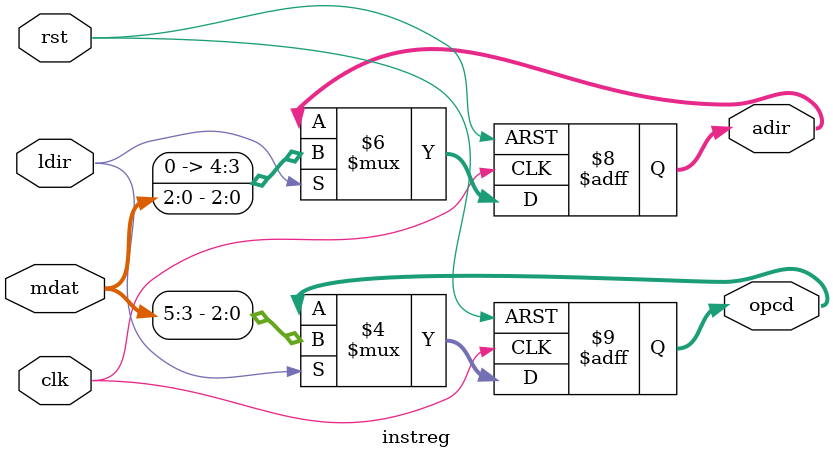
<source format=v>
module instreg(clk,rst,ldir,mdat,adir,opcd);

input   clk;
input   ldir;
input	rst;
input   [7:0] mdat;
output  [4:0] adir;
output  [2:0] opcd;
reg     [4:0] adir;
reg 	[2:0] opcd;
    
    always @(posedge clk or negedge rst) begin
	if (!rst) begin	
		opcd <= 0;
		adir <= 0;	
        end else if (ldir == 1) begin
              	opcd <= mdat[7:3] ; 
      	      	adir <= mdat[2:0] ;
        end
    end

endmodule

</source>
